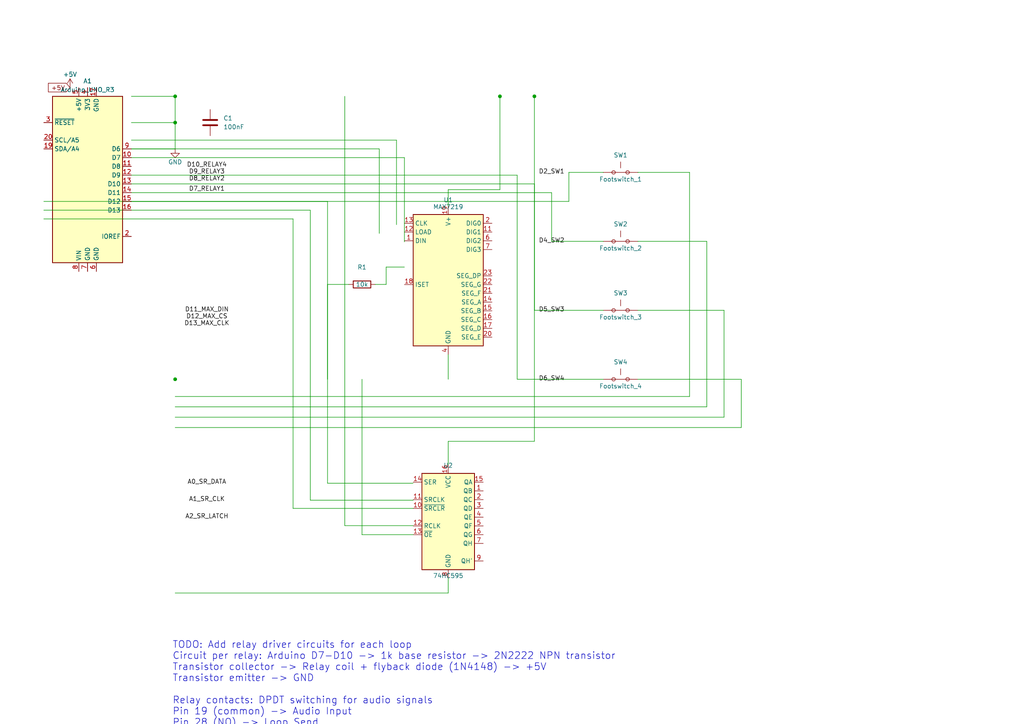
<source format=kicad_sch>
(kicad_sch (version 20250114) (generator "eeschema") (generator_version "9.0")
  (paper "A4")
  (lib_symbols
    (symbol "MCU_Module:Arduino_UNO_R3"
      (property "Reference" "A" (at -10.16 23.495 0))
      (property "Value" "Arduino_UNO_R3" (at 5.08 -26.67 0))
      (symbol "Arduino_UNO_R3_0_1"
        (rectangle (start -10.16 22.86) (end 10.16 -25.4) (stroke (width 0.254)) (fill (type background)))
      )
      (symbol "Arduino_UNO_R3_1_1"
        (pin no_connect line (at -10.16 -20.32 0) (length 2.54) hide (name "NC") (number "1"))
        (pin bidirectional line (at 12.7 5.08 180) (length 2.54) (name "D7") (number "10"))
        (pin bidirectional line (at 12.7 2.54 180) (length 2.54) (name "D8") (number "11"))
        (pin bidirectional line (at 12.7 0 180) (length 2.54) (name "D9") (number "12"))
        (pin bidirectional line (at 12.7 -2.54 180) (length 2.54) (name "D10") (number "13"))
        (pin bidirectional line (at 12.7 -5.08 180) (length 2.54) (name "D11") (number "14"))
        (pin bidirectional line (at 12.7 -7.62 180) (length 2.54) (name "D12") (number "15"))
        (pin bidirectional line (at 12.7 -10.16 180) (length 2.54) (name "D13") (number "16"))
        (pin power_out line (at 2.54 25.4 270) (length 2.54) (name "GND") (number "17"))
        (pin no_connect line (at -10.16 -17.78 0) (length 2.54) hide (name "AREF") (number "18"))
        (pin bidirectional line (at -12.7 7.62 0) (length 2.54) (name "SDA/A4") (number "19"))
        (pin output line (at 12.7 -17.78 180) (length 2.54) (name "IOREF") (number "2"))
        (pin bidirectional line (at -12.7 10.16 0) (length 2.54) (name "SCL/A5") (number "20"))
        (pin input line (at -12.7 15.24 0) (length 2.54) (name "~{RESET}") (number "3"))
        (pin power_out line (at 0 25.4 270) (length 2.54) (name "3V3") (number "4"))
        (pin power_out line (at -2.54 25.4 270) (length 2.54) (name "+5V") (number "5"))
        (pin power_in line (at 2.54 -27.94 90) (length 2.54) (name "GND") (number "6"))
        (pin power_in line (at 0 -27.94 90) (length 2.54) (name "GND") (number "7"))
        (pin power_in line (at -2.54 -27.94 90) (length 2.54) (name "VIN") (number "8"))
        (pin bidirectional line (at 12.7 7.62 180) (length 2.54) (name "D6") (number "9"))
      )
    )
    (symbol "power:+5V" (power) (pin_names (offset 0))
      (property "Value" "+5V" (at 0 3.556 0))
      (symbol "+5V_0_1"
        (polyline (pts (xy -0.762 1.27) (xy 0 2.54)))
        (polyline (pts (xy 0 0) (xy 0 2.54)))
        (polyline (pts (xy 0 2.54) (xy 0.762 1.27)))
      )
      (symbol "+5V_1_1"
        (pin power_in line (at 0 0 90) (length 0) hide (name "+5V") (number "1"))
      )
    )
    (symbol "power:GND" (power) (pin_names (offset 0))
      (property "Value" "GND" (at 0 -3.81 0))
      (symbol "GND_0_1"
        (polyline (pts (xy 0 0) (xy 0 -1.27) (xy 1.27 -1.27) (xy 0 -2.54) (xy -1.27 -1.27) (xy 0 -1.27)))
      )
      (symbol "GND_1_1"
        (pin power_in line (at 0 0 270) (length 0) hide (name "GND") (number "1"))
      )
    )
    (symbol "Device:C" (pin_numbers hide) (pin_names (offset 0.254))
      (property "Reference" "C" (at 0.635 2.54 0))
      (property "Value" "C" (at 0.635 -2.54 0))
      (symbol "C_0_1"
        (polyline (pts (xy -2.032 -0.762) (xy 2.032 -0.762)) (stroke (width 0.508)))
        (polyline (pts (xy -2.032 0.762) (xy 2.032 0.762)) (stroke (width 0.508)))
      )
      (symbol "C_1_1"
        (pin passive line (at 0 3.81 270) (length 2.794) (name "~") (number "1"))
        (pin passive line (at 0 -3.81 90) (length 2.794) (name "~") (number "2"))
      )
    )
    (symbol "Device:R" (pin_numbers hide) (pin_names (offset 0))
      (property "Reference" "R" (at 2.032 0 90))
      (property "Value" "R" (at 0 0 90))
      (symbol "R_0_1"
        (rectangle (start -1.016 -2.54) (end 1.016 2.54) (stroke (width 0.254)))
      )
      (symbol "R_1_1"
        (pin passive line (at 0 3.81 270) (length 1.27) (name "~") (number "1"))
        (pin passive line (at 0 -3.81 90) (length 1.27) (name "~") (number "2"))
      )
    )
    (symbol "Driver_Display:MAX7219"
      (property "Reference" "U" (at -7.62 19.05 0))
      (property "Value" "MAX7219" (at 7.62 19.05 0))
      (symbol "MAX7219_0_1"
        (rectangle (start -10.16 17.78) (end 10.16 -20.32) (stroke (width 0.254)) (fill (type background)))
      )
      (symbol "MAX7219_1_1"
        (pin input line (at -12.7 10.16 0) (length 2.54) (name "DIN") (number "1"))
        (pin output line (at 12.7 -7.62 180) (length 2.54) (name "SEG_A") (number "14"))
        (pin output line (at 12.7 -10.16 180) (length 2.54) (name "SEG_B") (number "15"))
        (pin output line (at 12.7 -12.7 180) (length 2.54) (name "SEG_C") (number "16"))
        (pin output line (at 12.7 -15.24 180) (length 2.54) (name "SEG_D") (number "17"))
        (pin output line (at 12.7 -17.78 180) (length 2.54) (name "SEG_E") (number "20"))
        (pin output line (at 12.7 -5.08 180) (length 2.54) (name "SEG_F") (number "21"))
        (pin output line (at 12.7 -2.54 180) (length 2.54) (name "SEG_G") (number "22"))
        (pin output line (at 12.7 0 180) (length 2.54) (name "SEG_DP") (number "23"))
        (pin power_in line (at 0 20.32 270) (length 2.54) (name "V+") (number "19"))
        (pin input line (at -12.7 15.24 0) (length 2.54) (name "CLK") (number "13"))
        (pin input line (at -12.7 12.7 0) (length 2.54) (name "LOAD") (number "12"))
        (pin power_in line (at 0 -22.86 90) (length 2.54) (name "GND") (number "4"))
        (pin output line (at 12.7 15.24 180) (length 2.54) (name "DIG0") (number "2"))
        (pin output line (at 12.7 12.7 180) (length 2.54) (name "DIG1") (number "11"))
        (pin output line (at 12.7 10.16 180) (length 2.54) (name "DIG2") (number "6"))
        (pin output line (at 12.7 7.62 180) (length 2.54) (name "DIG3") (number "7"))
        (pin input line (at -12.7 -2.54 0) (length 2.54) (name "ISET") (number "18"))
      )
    )
    (symbol "74xx:74HC595"
      (property "Reference" "U" (at -7.62 13.97 0))
      (property "Value" "74HC595" (at -7.62 -16.51 0))
      (symbol "74HC595_1_0"
        (pin tri_state line (at 10.16 7.62 180) (length 2.54) (name "QB") (number "1"))
        (pin input line (at -10.16 2.54 0) (length 2.54) (name "~{SRCLR}") (number "10"))
        (pin input line (at -10.16 5.08 0) (length 2.54) (name "SRCLK") (number "11"))
        (pin input line (at -10.16 -2.54 0) (length 2.54) (name "RCLK") (number "12"))
        (pin input line (at -10.16 -5.08 0) (length 2.54) (name "~{OE}") (number "13"))
        (pin input line (at -10.16 10.16 0) (length 2.54) (name "SER") (number "14"))
        (pin tri_state line (at 10.16 10.16 180) (length 2.54) (name "QA") (number "15"))
        (pin power_in line (at 0 15.24 270) (length 2.54) (name "VCC") (number "16"))
        (pin tri_state line (at 10.16 5.08 180) (length 2.54) (name "QC") (number "2"))
        (pin tri_state line (at 10.16 2.54 180) (length 2.54) (name "QD") (number "3"))
        (pin tri_state line (at 10.16 0 180) (length 2.54) (name "QE") (number "4"))
        (pin tri_state line (at 10.16 -2.54 180) (length 2.54) (name "QF") (number "5"))
        (pin tri_state line (at 10.16 -5.08 180) (length 2.54) (name "QG") (number "6"))
        (pin tri_state line (at 10.16 -7.62 180) (length 2.54) (name "QH") (number "7"))
        (pin power_in line (at 0 -17.78 90) (length 2.54) (name "GND") (number "8"))
        (pin output line (at 10.16 -12.7 180) (length 2.54) (name "QH'") (number "9"))
      )
      (symbol "74HC595_1_1"
        (rectangle (start -7.62 12.7) (end 7.62 -15.24) (stroke (width 0.254)) (fill (type background)))
      )
    )
    (symbol "Switch:SW_Push" (pin_numbers hide) (pin_names (offset 1.016) hide)
      (property "Reference" "SW" (at 1.27 2.54 0))
      (property "Value" "SW_Push" (at 0 -1.524 0))
      (symbol "SW_Push_0_1"
        (circle (center -2.032 0) (radius 0.508))
        (polyline (pts (xy 0 1.27) (xy 0 3.048)))
        (polyline (pts (xy 2.54 0) (xy -2.54 0)))
        (circle (center 2.032 0) (radius 0.508))
        (pin passive line (at -5.08 0 0) (length 2.54) (name "1") (number "1"))
        (pin passive line (at 5.08 0 180) (length 2.54) (name "2") (number "2"))
      )
    )
    (symbol "Device:D" (pin_numbers hide) (pin_names (offset 1.016) hide)
      (property "Reference" "D" (at 0 2.54 0))
      (property "Value" "D" (at 0 -2.54 0))
      (symbol "D_0_1"
        (polyline (pts (xy -1.27 1.27) (xy -1.27 -1.27)) (stroke (width 0.254)))
        (polyline (pts (xy 1.27 0) (xy -1.27 0)))
        (polyline (pts (xy 1.27 1.27) (xy 1.27 -1.27) (xy -1.27 0) (xy 1.27 1.27)) (stroke (width 0.254)))
      )
      (symbol "D_1_1"
        (pin passive line (at -3.81 0 0) (length 2.54) (name "K") (number "1"))
        (pin passive line (at 3.81 0 180) (length 2.54) (name "A") (number "2"))
      )
    )
    (symbol "Device:Q_NPN_BCE" (pin_names (offset 0) hide)
      (property "Reference" "Q" (at 5.08 1.27 0))
      (property "Value" "Q_NPN_BCE" (at 5.08 -1.27 0))
      (symbol "Q_NPN_BCE_0_1"
        (polyline (pts (xy 0.635 0.635) (xy 2.54 2.54)))
        (polyline (pts (xy 0.635 -0.635) (xy 2.54 -2.54) (xy 2.54 -2.54)))
        (polyline (pts (xy 0.635 1.905) (xy 0.635 -1.905) (xy 0.635 -1.905)) (stroke (width 0.508)))
        (polyline (pts (xy 1.27 -1.778) (xy 1.778 -1.27) (xy 2.286 -2.286) (xy 1.27 -1.778) (xy 1.27 -1.778)) (fill (type outline)))
        (circle (center 1.27 0) (radius 2.8194) (stroke (width 0.254)))
      )
      (symbol "Q_NPN_BCE_1_1"
        (pin input line (at -5.08 0 0) (length 5.715) (name "B") (number "1"))
        (pin passive line (at 2.54 5.08 270) (length 2.54) (name "C") (number "2"))
        (pin passive line (at 2.54 -5.08 90) (length 2.54) (name "E") (number "3"))
      )
    )
    (symbol "Relay:FINDER-36"
      (property "Reference" "K" (at 11.43 3.81 0))
      (property "Value" "FINDER-36" (at 11.43 1.27 0))
      (symbol "FINDER-36_0_1"
        (rectangle (start -10.16 5.08) (end 10.16 -5.08) (stroke (width 0.254)) (fill (type background)))
        (rectangle (start -8.255 1.905) (end -1.905 -1.905) (stroke (width 0.254)))
        (polyline (pts (xy -7.62 -1.905) (xy -2.54 1.905)) (stroke (width 0.254)))
        (polyline (pts (xy -5.08 -5.08) (xy -5.08 -1.905)))
        (polyline (pts (xy -5.08 5.08) (xy -5.08 1.905)))
        (polyline (pts (xy -1.905 0) (xy -1.27 0)) (stroke (width 0.254)))
        (polyline (pts (xy -0.635 0) (xy 0 0)) (stroke (width 0.254)))
        (polyline (pts (xy 0.635 0) (xy 1.27 0)) (stroke (width 0.254)))
        (polyline (pts (xy 1.905 0) (xy 2.54 0)) (stroke (width 0.254)))
        (polyline (pts (xy 3.175 0) (xy 3.81 0)) (stroke (width 0.254)))
        (polyline (pts (xy 5.08 -2.54) (xy 3.175 3.81)) (stroke (width 0.508)))
        (polyline (pts (xy 5.08 -2.54) (xy 5.08 -5.08)))
      )
      (symbol "FINDER-36_1_1"
        (pin passive line (at -5.08 7.62 270) (length 2.54) (name "~") (number "11"))
        (pin passive line (at -5.08 -7.62 90) (length 2.54) (name "~") (number "12"))
        (pin passive line (at 5.08 -7.62 90) (length 2.54) (name "~") (number "14"))
        (pin passive line (at 12.7 -2.54 180) (length 2.54) (name "~") (number "18"))
        (pin passive line (at 12.7 0 180) (length 2.54) (name "~") (number "19"))
        (pin passive line (at 12.7 2.54 180) (length 2.54) (name "~") (number "28"))
      )
    )
    (symbol "Connector:AudioJack3"
      (property "Reference" "J" (at 0 8.89 0))
      (property "Value" "AudioJack3" (at 0 6.35 0))
      (symbol "AudioJack3_0_1"
        (rectangle (start -5.08 -5.08) (end -6.35 -2.54) (stroke (width 0.254)) (fill (type outline)))
        (polyline (pts (xy 0 -2.54) (xy 0.635 -3.175) (xy 1.27 -2.54) (xy 2.54 -2.54)) (stroke (width 0.254)))
        (polyline (pts (xy -1.905 -2.54) (xy -1.27 -3.175) (xy -0.635 -2.54) (xy -0.635 0) (xy 2.54 0)) (stroke (width 0.254)))
        (polyline (pts (xy 2.54 2.54) (xy -2.54 2.54) (xy -2.54 -2.54) (xy -3.175 -3.175) (xy -3.81 -2.54)) (stroke (width 0.254)))
        (rectangle (start 2.54 3.81) (end -5.08 -5.08) (stroke (width 0.254)) (fill (type background)))
      )
      (symbol "AudioJack3_1_1"
        (pin passive line (at 5.08 0 180) (length 2.54) (name "~") (number "R"))
        (pin passive line (at 5.08 2.54 180) (length 2.54) (name "~") (number "S"))
        (pin passive line (at 5.08 -2.54 180) (length 2.54) (name "~") (number "T"))
      )
    )
  )
  (junction (at 50.8 35.56))
  (wire (pts (xy 38.1 27.94) (xy 50.8 27.94)))
  (wire (pts (xy 50.8 27.94) (xy 50.8 35.56)))
  (wire (pts (xy 50.8 35.56) (xy 50.8 43.18)))
  (wire (pts (xy 38.1 35.56) (xy 50.8 35.56)))
  (wire (pts (xy 38.1 43.18) (xy 50.8 43.18)))
  (global_label "+5V" (shape input) (at 20.32 25.4 180) (property "Intersheetrefs" "${INTERSHEET_REFS}" (effects (hide yes))))
  (symbol (lib_id "MCU_Module:Arduino_UNO_R3") (at 25.4 50.8 0) (unit 1)
    (property "Reference" "A1" (at 25.4 23.495 0))
    (property "Value" "Arduino_UNO_R3" (at 25.4 26.035 0))
    (property "Footprint" "Module:Arduino_UNO_R3" (effects (hide yes)))
    (property "Datasheet" "https://www.arduino.cc/en/Main/arduinoBoardUno" (effects (hide yes)))
    (property "Description" "Arduino UNO Microcontroller Module" (effects (hide yes)))
  )
  (symbol (lib_id "power:+5V") (at 20.32 25.4 0) (unit 1)
    (property "Reference" "#PWR01" (effects (hide yes)))
    (property "Value" "+5V" (at 20.32 21.59 0))
  )
  (symbol (lib_id "power:GND") (at 50.8 43.18 0) (unit 1)
    (property "Reference" "#PWR02" (effects (hide yes)))
    (property "Value" "GND" (at 50.8 46.99 0))
  )
  (symbol (lib_id "Device:C") (at 60.96 35.56 0) (unit 1)
    (property "Reference" "C1" (at 64.77 34.29 0) (effects (justify left)))
    (property "Value" "100nF" (at 64.77 36.83 0) (effects (justify left)))
    (property "Description" "Decoupling capacitor" (effects (hide yes)))
  )
  (symbol (lib_id "Driver_Display:MAX7219") (at 130 80 0) (unit 1)
    (property "Reference" "U1" (at 130 58 0))
    (property "Value" "MAX7219" (at 130 60 0))
    (property "Description" "7-Segment Display Driver" (effects (hide yes)))
  )
  (symbol (lib_id "74xx:74HC595") (at 130 150 0) (unit 1)
    (property "Reference" "U2" (at 130 135 0))
    (property "Value" "74HC595" (at 130 167 0))
    (property "Description" "Shift Register for LEDs" (effects (hide yes)))
  )
  (symbol (lib_id "Switch:SW_Push") (at 180 50 0) (unit 1)
    (property "Reference" "SW1" (at 180 45 0))
    (property "Value" "Footswitch_1" (at 180 52 0))
  )
  (symbol (lib_id "Switch:SW_Push") (at 180 70 0) (unit 1)
    (property "Reference" "SW2" (at 180 65 0))
    (property "Value" "Footswitch_2" (at 180 72 0))
  )
  (symbol (lib_id "Switch:SW_Push") (at 180 90 0) (unit 1)
    (property "Reference" "SW3" (at 180 85 0))
    (property "Value" "Footswitch_3" (at 180 92 0))
  )
  (symbol (lib_id "Switch:SW_Push") (at 180 110 0) (unit 1)
    (property "Reference" "SW4" (at 180 105 0))
    (property "Value" "Footswitch_4" (at 180 112 0))
  )
  (symbol (lib_id "Device:R") (at 105 82.5 90) (unit 1)
    (property "Reference" "R1" (at 105 77.5 90))
    (property "Value" "10k" (at 105 82.5 90))
    (property "Description" "ISET Resistor for MAX7219" (effects (hide yes)))
  )
  (label "D11_MAX_DIN" (at 60 90 0))
  (label "D13_MAX_CLK" (at 60 94 0))
  (label "D12_MAX_CS" (at 60 92 0))
  (label "A0_SR_DATA" (at 60 140 0))
  (label "A1_SR_CLK" (at 60 145 0))
  (label "A2_SR_LATCH" (at 60 150 0))
  (label "D2_SW1" (at 160 50 0))
  (label "D4_SW2" (at 160 70 0))
  (label "D5_SW3" (at 160 90 0))
  (label "D6_SW4" (at 160 110 0))
  (label "D7_RELAY1" (at 60 55 0))
  (label "D8_RELAY2" (at 60 52 0))
  (label "D9_RELAY3" (at 60 50 0))
  (label "D10_RELAY4" (at 60 48 0))
  (wire (pts (xy 38.1 45.72) (xy 117.3 45.72)))
  (wire (pts (xy 117.3 45.72) (xy 117.3 70.16)))
  (wire (pts (xy 38.1 40.64) (xy 115 40.64)))
  (wire (pts (xy 115 40.64) (xy 115 65.16)))
  (wire (pts (xy 38.1 43.18) (xy 110 43.18)))
  (wire (pts (xy 110 43.18) (xy 110 67.7)))
  (wire (pts (xy 12.7 58.42) (xy 95 58.42)))
  (wire (pts (xy 95 58.42) (xy 95 140.16)))
  (wire (pts (xy 95 140.16) (xy 119.84 140.16)))
  (wire (pts (xy 12.7 60.96) (xy 90 60.96)))
  (wire (pts (xy 90 60.96) (xy 90 145.08)))
  (wire (pts (xy 90 145.08) (xy 119.84 145.08)))
  (wire (pts (xy 12.7 63.5) (xy 85 63.5)))
  (wire (pts (xy 85 63.5) (xy 85 147.46)))
  (wire (pts (xy 85 147.46) (xy 119.84 147.46)))
  (wire (pts (xy 38.1 58.42) (xy 165 58.42)))
  (wire (pts (xy 165 58.42) (xy 165 50)))
  (wire (pts (xy 165 50) (xy 175 50)))
  (wire (pts (xy 38.1 55.88) (xy 160 55.88)))
  (wire (pts (xy 160 55.88) (xy 160 70)))
  (wire (pts (xy 160 70) (xy 175 70)))
  (wire (pts (xy 38.1 53.34) (xy 155 53.34)))
  (wire (pts (xy 155 53.34) (xy 155 90)))
  (wire (pts (xy 155 90) (xy 175 90)))
  (wire (pts (xy 38.1 50.8) (xy 150 50.8)))
  (wire (pts (xy 150 50.8) (xy 150 110)))
  (wire (pts (xy 150 110) (xy 175 110)))
  (wire (pts (xy 185 50) (xy 200 50)))
  (wire (pts (xy 200 50) (xy 200 115)))
  (wire (pts (xy 200 115) (xy 50.8 115)))
  (wire (pts (xy 185 70) (xy 205 70)))
  (wire (pts (xy 205 70) (xy 205 118)))
  (wire (pts (xy 205 118) (xy 50.8 118)))
  (wire (pts (xy 185 90) (xy 210 90)))
  (wire (pts (xy 210 90) (xy 210 121)))
  (wire (pts (xy 210 121) (xy 50.8 121)))
  (wire (pts (xy 185 110) (xy 215 110)))
  (wire (pts (xy 215 110) (xy 215 124)))
  (wire (pts (xy 215 124) (xy 50.8 124)))
  (wire (pts (xy 130 59.68) (xy 130 55)))
  (wire (pts (xy 130 55) (xy 145 55)))
  (wire (pts (xy 145 55) (xy 145 27.94)))
  (wire (pts (xy 130 102.86) (xy 130 110)))
  (wire (pts (xy 130 134.76) (xy 130 128)))
  (wire (pts (xy 130 128) (xy 155 128)))
  (wire (pts (xy 155 128) (xy 155 27.94)))
  (wire (pts (xy 130 167.78) (xy 130 172)))
  (wire (pts (xy 130 172) (xy 50.8 172)))
  (wire (pts (xy 101.19 82.5) (xy 95 82.5)))
  (wire (pts (xy 95 82.5) (xy 95 110)))
  (wire (pts (xy 108.81 82.5) (xy 112 82.5)))
  (wire (pts (xy 112 82.5) (xy 112 77.46)))
  (wire (pts (xy 112 77.46) (xy 117.3 77.46)))
  (wire (pts (xy 119.84 152.46) (xy 100 152.46)))
  (wire (pts (xy 100 152.46) (xy 100 27.94)))
  (wire (pts (xy 119.84 155.08) (xy 105 155.08)))
  (wire (pts (xy 105 155.08) (xy 105 110)))
  (junction (at 50.8 27.94))
  (junction (at 50.8 110))
  (junction (at 145 27.94))
  (junction (at 155 27.94))
  (text "TODO: Add relay driver circuits for each loop\nCircuit per relay: Arduino D7-D10 -> 1k base resistor -> 2N2222 NPN transistor\nTransistor collector -> Relay coil + flyback diode (1N4148) -> +5V\nTransistor emitter -> GND\n\nRelay contacts: DPDT switching for audio signals\nPin 19 (common) -> Audio Input\nPin 28 (NO) -> Loop Send\nPin 18 (NC) -> Loop Return" (at 50 200 0) (effects (font (size 2 2)) (justify left)))
  (text "TODO: Add MIDI output circuit\n5V -> 220Ω -> 6N138 optocoupler pin 2\nArduino TX (D1) -> 220Ω -> 6N138 pin 3\n6N138 pin 5 -> GND\n6N138 pin 8 -> +5V via 220Ω\n6N138 pin 6 -> MIDI Out pin 5 via 220Ω\nMIDI Out pin 4 -> +5V via 220Ω\nMIDI Out pin 2 -> GND (shield)" (at 50 230 0) (effects (font (size 2 2)) (justify left)))
  (text "TODO: Add audio jacks\n8x 1/4\" TRS jacks:\n- Main Input (to all loop commons)\n- Main Output (from switched returns)\n- Loop 1 Send & Return\n- Loop 2 Send & Return\n- Loop 3 Send & Return\n- Loop 4 Send & Return" (at 50 260 0) (effects (font (size 2 2)) (justify left)))
)
</source>
